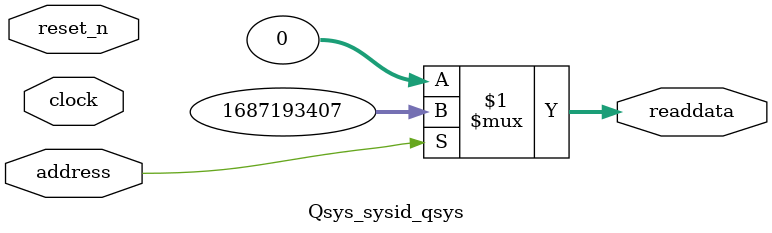
<source format=v>



// synthesis translate_off
`timescale 1ns / 1ps
// synthesis translate_on

// turn off superfluous verilog processor warnings 
// altera message_level Level1 
// altera message_off 10034 10035 10036 10037 10230 10240 10030 

module Qsys_sysid_qsys (
               // inputs:
                address,
                clock,
                reset_n,

               // outputs:
                readdata
             )
;

  output  [ 31: 0] readdata;
  input            address;
  input            clock;
  input            reset_n;

  wire    [ 31: 0] readdata;
  //control_slave, which is an e_avalon_slave
  assign readdata = address ? 1687193407 : 0;

endmodule



</source>
